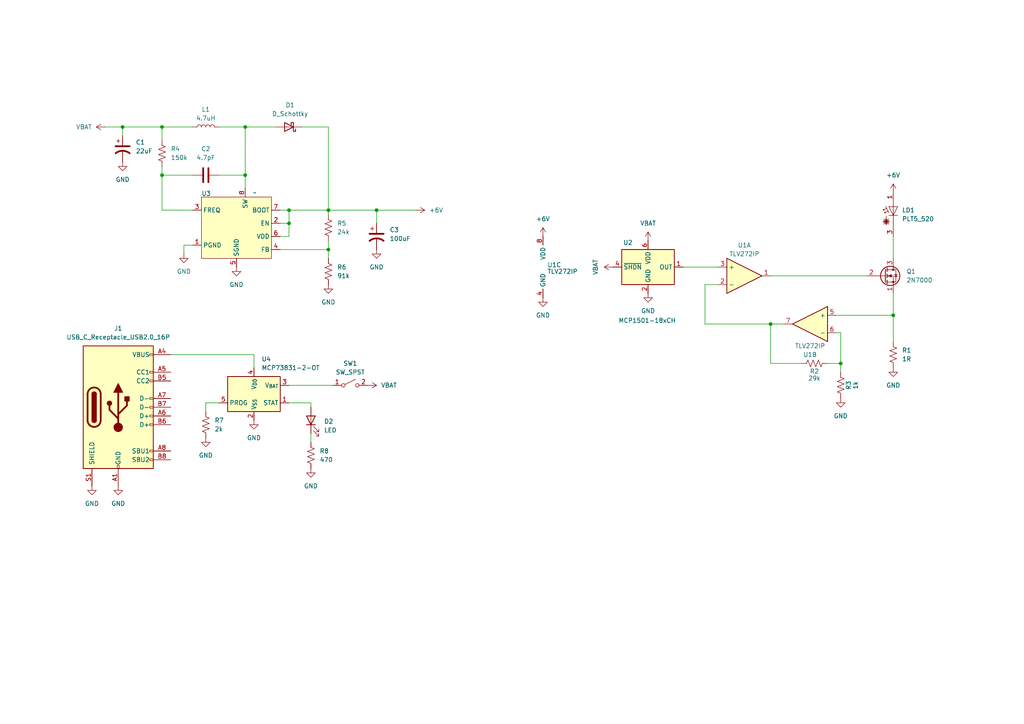
<source format=kicad_sch>
(kicad_sch (version 20231120) (generator "eeschema") (generator_version "8.0")
  (paper "A4")
  (lib_symbols
    (symbol "Battery_Management:MCP73831-2-OT"
      (property "Reference" "U" (at -7.62 6.35 0))
      (property "Value" "MCP73831-2-OT" (at 1.27 6.35 0))
      (symbol "MCP73831-2-OT_0_1"
        (rectangle (start -7.62 5.08) (end 7.62 -5.08) (stroke (width 0.254)) (fill (type background)))
      )
      (symbol "MCP73831-2-OT_1_1"
        (pin tri_state line (at 10.16 -2.54 180) (length 2.54) (name "STAT") (number "1"))
        (pin power_in line (at 0 -7.62 90) (length 2.54) (name "V_{SS}") (number "2"))
        (pin power_out line (at 10.16 2.54 180) (length 2.54) (name "V_{BAT}") (number "3"))
        (pin power_in line (at 0 7.62 270) (length 2.54) (name "V_{DD}") (number "4"))
        (pin input line (at -10.16 -2.54 0) (length 2.54) (name "PROG") (number "5"))
      )
    )
    (symbol "Connector:USB_C_Receptacle_USB2.0_16P" (pin_names (offset 1.016))
      (property "Reference" "J" (at 0 22.225 0))
      (property "Value" "USB_C_Receptacle_USB2.0_16P" (at 0 19.685 0))
      (symbol "USB_C_Receptacle_USB2.0_16P_0_0"
        (rectangle (start -0.254 -17.78) (end 0.254 -16.764))
        (rectangle (start 10.16 -14.986) (end 9.144 -15.494))
        (rectangle (start 10.16 -12.446) (end 9.144 -12.954))
        (rectangle (start 10.16 -4.826) (end 9.144 -5.334))
        (rectangle (start 10.16 -2.286) (end 9.144 -2.794))
        (rectangle (start 10.16 0.254) (end 9.144 -0.254))
        (rectangle (start 10.16 2.794) (end 9.144 2.286))
        (rectangle (start 10.16 7.874) (end 9.144 7.366))
        (rectangle (start 10.16 10.414) (end 9.144 9.906))
        (rectangle (start 10.16 15.494) (end 9.144 14.986))
      )
      (symbol "USB_C_Receptacle_USB2.0_16P_0_1"
        (rectangle (start -10.16 17.78) (end 10.16 -17.78) (stroke (width 0.254)) (fill (type background)))
        (arc (start -8.89 -3.81) (mid -6.985 -5.7067) (end -5.08 -3.81) (stroke (width 0.508)))
        (arc (start -7.62 -3.81) (mid -6.985 -4.4423) (end -6.35 -3.81) (stroke (width 0.254)))
        (arc (start -7.62 -3.81) (mid -6.985 -4.4423) (end -6.35 -3.81) (stroke (width 0.254)) (fill (type outline)))
        (rectangle (start -7.62 -3.81) (end -6.35 3.81) (stroke (width 0.254)) (fill (type outline)))
        (arc (start -6.35 3.81) (mid -6.985 4.4423) (end -7.62 3.81) (stroke (width 0.254)))
        (arc (start -6.35 3.81) (mid -6.985 4.4423) (end -7.62 3.81) (stroke (width 0.254)) (fill (type outline)))
        (arc (start -5.08 3.81) (mid -6.985 5.7067) (end -8.89 3.81) (stroke (width 0.508)))
        (circle (center -2.54 1.143) (radius 0.635) (stroke (width 0.254)) (fill (type outline)))
        (circle (center 0 -5.842) (radius 1.27) (fill (type outline)))
        (polyline (pts (xy -8.89 -3.81) (xy -8.89 3.81)) (stroke (width 0.508)))
        (polyline (pts (xy -5.08 3.81) (xy -5.08 -3.81)) (stroke (width 0.508)))
        (polyline (pts (xy 0 -5.842) (xy 0 4.318)) (stroke (width 0.508)))
        (polyline (pts (xy 0 -3.302) (xy -2.54 -0.762) (xy -2.54 0.508)) (stroke (width 0.508)))
        (polyline (pts (xy 0 -2.032) (xy 2.54 0.508) (xy 2.54 1.778)) (stroke (width 0.508)))
        (polyline (pts (xy -1.27 4.318) (xy 0 6.858) (xy 1.27 4.318) (xy -1.27 4.318)) (stroke (width 0.254)) (fill (type outline)))
        (rectangle (start 1.905 1.778) (end 3.175 3.048) (stroke (width 0.254)) (fill (type outline)))
      )
      (symbol "USB_C_Receptacle_USB2.0_16P_1_1"
        (pin passive line (at 0 -22.86 90) (length 5.08) (name "GND") (number "A1"))
        (pin passive line (at 0 -22.86 90) (length 5.08) hide (name "GND") (number "A12"))
        (pin passive line (at 15.24 15.24 180) (length 5.08) (name "VBUS") (number "A4"))
        (pin bidirectional line (at 15.24 10.16 180) (length 5.08) (name "CC1") (number "A5"))
        (pin bidirectional line (at 15.24 -2.54 180) (length 5.08) (name "D+") (number "A6"))
        (pin bidirectional line (at 15.24 2.54 180) (length 5.08) (name "D-") (number "A7"))
        (pin bidirectional line (at 15.24 -12.7 180) (length 5.08) (name "SBU1") (number "A8"))
        (pin passive line (at 15.24 15.24 180) (length 5.08) hide (name "VBUS") (number "A9"))
        (pin passive line (at 0 -22.86 90) (length 5.08) hide (name "GND") (number "B1"))
        (pin passive line (at 0 -22.86 90) (length 5.08) hide (name "GND") (number "B12"))
        (pin passive line (at 15.24 15.24 180) (length 5.08) hide (name "VBUS") (number "B4"))
        (pin bidirectional line (at 15.24 7.62 180) (length 5.08) (name "CC2") (number "B5"))
        (pin bidirectional line (at 15.24 -5.08 180) (length 5.08) (name "D+") (number "B6"))
        (pin bidirectional line (at 15.24 0 180) (length 5.08) (name "D-") (number "B7"))
        (pin bidirectional line (at 15.24 -15.24 180) (length 5.08) (name "SBU2") (number "B8"))
        (pin passive line (at 15.24 15.24 180) (length 5.08) hide (name "VBUS") (number "B9"))
        (pin passive line (at -7.62 -22.86 90) (length 5.08) (name "SHIELD") (number "S1"))
      )
    )
    (symbol "Device:C" (pin_numbers hide) (pin_names (offset 0.254))
      (property "Reference" "C" (at 0.635 2.54 0))
      (property "Value" "C" (at 0.635 -2.54 0))
      (symbol "C_0_1"
        (polyline (pts (xy -2.032 -0.762) (xy 2.032 -0.762)) (stroke (width 0.508)))
        (polyline (pts (xy -2.032 0.762) (xy 2.032 0.762)) (stroke (width 0.508)))
      )
      (symbol "C_1_1"
        (pin passive line (at 0 3.81 270) (length 2.794) (name "~") (number "1"))
        (pin passive line (at 0 -3.81 90) (length 2.794) (name "~") (number "2"))
      )
    )
    (symbol "Device:C_Polarized_US" (pin_numbers hide) (pin_names (offset 0.254) hide)
      (property "Reference" "C" (at 0.635 2.54 0))
      (property "Value" "C_Polarized_US" (at 0.635 -2.54 0))
      (symbol "C_Polarized_US_0_1"
        (polyline (pts (xy -2.032 0.762) (xy 2.032 0.762)) (stroke (width 0.508)))
        (polyline (pts (xy -1.778 2.286) (xy -0.762 2.286)))
        (polyline (pts (xy -1.27 1.778) (xy -1.27 2.794)))
        (arc (start 2.032 -1.27) (mid 0 -0.5572) (end -2.032 -1.27) (stroke (width 0.508)))
      )
      (symbol "C_Polarized_US_1_1"
        (pin passive line (at 0 3.81 270) (length 2.794) (name "~") (number "1"))
        (pin passive line (at 0 -3.81 90) (length 3.302) (name "~") (number "2"))
      )
    )
    (symbol "Device:D_Schottky" (pin_numbers hide) (pin_names (offset 1.016) hide)
      (property "Reference" "D" (at 0 2.54 0))
      (property "Value" "D_Schottky" (at 0 -2.54 0))
      (symbol "D_Schottky_0_1"
        (polyline (pts (xy 1.27 0) (xy -1.27 0)))
        (polyline (pts (xy 1.27 1.27) (xy 1.27 -1.27) (xy -1.27 0) (xy 1.27 1.27)) (stroke (width 0.254)))
        (polyline (pts (xy -1.905 0.635) (xy -1.905 1.27) (xy -1.27 1.27) (xy -1.27 -1.27) (xy -0.635 -1.27) (xy -0.635 -0.635)) (stroke (width 0.254)))
      )
      (symbol "D_Schottky_1_1"
        (pin passive line (at -3.81 0 0) (length 2.54) (name "K") (number "1"))
        (pin passive line (at 3.81 0 180) (length 2.54) (name "A") (number "2"))
      )
    )
    (symbol "Device:L" (pin_numbers hide) (pin_names (offset 1.016) hide)
      (property "Reference" "L" (at -1.27 0 90))
      (property "Value" "L" (at 1.905 0 90))
      (symbol "L_0_1"
        (arc (start 0 -2.54) (mid 0.6323 -1.905) (end 0 -1.27))
        (arc (start 0 -1.27) (mid 0.6323 -0.635) (end 0 0))
        (arc (start 0 0) (mid 0.6323 0.635) (end 0 1.27))
        (arc (start 0 1.27) (mid 0.6323 1.905) (end 0 2.54))
      )
      (symbol "L_1_1"
        (pin passive line (at 0 3.81 270) (length 1.27) (name "1") (number "1"))
        (pin passive line (at 0 -3.81 90) (length 1.27) (name "2") (number "2"))
      )
    )
    (symbol "Device:LED" (pin_numbers hide) (pin_names (offset 1.016) hide)
      (property "Reference" "D" (at 0 2.54 0))
      (property "Value" "LED" (at 0 -2.54 0))
      (symbol "LED_0_1"
        (polyline (pts (xy -1.27 -1.27) (xy -1.27 1.27)) (stroke (width 0.254)))
        (polyline (pts (xy -1.27 0) (xy 1.27 0)))
        (polyline (pts (xy 1.27 -1.27) (xy 1.27 1.27) (xy -1.27 0) (xy 1.27 -1.27)) (stroke (width 0.254)))
        (polyline (pts (xy -3.048 -0.762) (xy -4.572 -2.286) (xy -3.81 -2.286) (xy -4.572 -2.286) (xy -4.572 -1.524)))
        (polyline (pts (xy -1.778 -0.762) (xy -3.302 -2.286) (xy -2.54 -2.286) (xy -3.302 -2.286) (xy -3.302 -1.524)))
      )
      (symbol "LED_1_1"
        (pin passive line (at -3.81 0 0) (length 2.54) (name "K") (number "1"))
        (pin passive line (at 3.81 0 180) (length 2.54) (name "A") (number "2"))
      )
    )
    (symbol "Device:R_US" (pin_numbers hide) (pin_names (offset 0))
      (property "Reference" "R" (at 2.54 0 90))
      (property "Value" "R_US" (at -2.54 0 90))
      (symbol "R_US_0_1"
        (polyline (pts (xy 0 -2.286) (xy 0 -2.54)))
        (polyline (pts (xy 0 2.286) (xy 0 2.54)))
        (polyline (pts (xy 0 -0.762) (xy 1.016 -1.143) (xy 0 -1.524) (xy -1.016 -1.905) (xy 0 -2.286)))
        (polyline (pts (xy 0 0.762) (xy 1.016 0.381) (xy 0 0) (xy -1.016 -0.381) (xy 0 -0.762)))
        (polyline (pts (xy 0 2.286) (xy 1.016 1.905) (xy 0 1.524) (xy -1.016 1.143) (xy 0 0.762)))
      )
      (symbol "R_US_1_1"
        (pin passive line (at 0 3.81 270) (length 1.27) (name "~") (number "1"))
        (pin passive line (at 0 -3.81 90) (length 1.27) (name "~") (number "2"))
      )
    )
    (symbol "Diode_Laser:PLT5_510" (pin_names (offset 1.016) hide)
      (property "Reference" "LD" (at -1.27 4.445 0))
      (property "Value" "PLT5_510" (at -1.27 -2.54 0))
      (symbol "PLT5_510_0_1"
        (polyline (pts (xy -4.064 1.27) (xy -2.54 2.794)))
        (polyline (pts (xy -4.064 1.778) (xy -2.54 2.286)))
        (polyline (pts (xy -4.064 2.286) (xy -2.54 1.778)))
        (polyline (pts (xy -4.064 2.794) (xy -2.54 1.27)))
        (polyline (pts (xy -3.556 2.794) (xy -3.048 1.27)))
        (polyline (pts (xy -3.302 2.032) (xy -3.302 1.016)))
        (polyline (pts (xy -3.302 2.032) (xy -3.302 3.048)))
        (polyline (pts (xy -3.048 2.794) (xy -3.556 1.27)))
        (polyline (pts (xy -1.778 2.032) (xy -4.318 2.032)))
        (polyline (pts (xy -1.524 1.27) (xy -1.524 -1.27)) (stroke (width 0.1524)))
        (polyline (pts (xy 2.54 0) (xy -5.08 0)))
        (polyline (pts (xy -0.254 1.524) (xy -0.762 2.54) (xy -0.4717 2.4339) (xy -0.762 2.54) (xy -0.8485 2.2301)))
        (polyline (pts (xy 0.5442 1.9119) (xy 0.0362 2.9279) (xy 0.3265 2.8218) (xy 0.0362 2.9279) (xy -0.0503 2.618)))
      )
      (symbol "PLT5_510_1_1"
        (polyline (pts (xy 1.0782 2.1762) (xy -0.762 1.27) (xy -0.762 1.27)))
        (polyline (pts (xy 1.016 -1.27) (xy 1.016 1.27) (xy -1.524 0) (xy 1.016 -1.27)))
        (pin passive line (at 5.08 0 180) (length 2.54) (name "A") (number "1"))
        (pin no_connect line (at -1.27 0 0) (length 2.54) hide (name "NC") (number "2"))
        (pin passive line (at -7.62 0 0) (length 2.54) (name "C") (number "3"))
      )
    )
    (symbol "Reference_Voltage:MCP1501-18xCH"
      (property "Reference" "U" (at -6.35 6.35 0))
      (property "Value" "MCP1501-18xCH" (at 10.16 6.35 0))
      (symbol "MCP1501-18xCH_0_0"
        (pin power_out line (at 10.16 0 180) (length 2.54) (name "OUT") (number "1"))
        (pin power_in line (at 0 -7.62 90) (length 2.54) (name "GND") (number "2"))
        (pin passive line (at 0 -7.62 90) (length 2.54) hide (name "GND") (number "3"))
        (pin input line (at -10.16 0 0) (length 2.54) (name "~{SHDN}") (number "4"))
        (pin passive line (at 0 -7.62 90) (length 2.54) hide (name "GND") (number "5"))
        (pin power_in line (at 0 7.62 270) (length 2.54) (name "VDD") (number "6"))
      )
      (symbol "MCP1501-18xCH_0_1"
        (rectangle (start -7.62 5.08) (end 7.62 -5.08) (stroke (width 0.254)) (fill (type background)))
      )
    )
    (symbol "Switch:SW_SPST" (pin_names (offset 0) hide)
      (property "Reference" "SW" (at 0 3.175 0))
      (property "Value" "SW_SPST" (at 0 -2.54 0))
      (symbol "SW_SPST_0_0"
        (circle (center -2.032 0) (radius 0.508))
        (polyline (pts (xy -1.524 0.254) (xy 1.524 1.778)))
        (circle (center 2.032 0) (radius 0.508))
      )
      (symbol "SW_SPST_1_1"
        (pin passive line (at -5.08 0 0) (length 2.54) (name "A") (number "1"))
        (pin passive line (at 5.08 0 180) (length 2.54) (name "B") (number "2"))
      )
    )
    (symbol "Transistor_FET:2N7000" (pin_names hide)
      (property "Reference" "Q" (at 5.08 1.905 0))
      (property "Value" "2N7000" (at 5.08 0 0))
      (symbol "2N7000_0_1"
        (polyline (pts (xy 0.254 0) (xy -2.54 0)))
        (polyline (pts (xy 0.254 1.905) (xy 0.254 -1.905)) (stroke (width 0.254)))
        (polyline (pts (xy 0.762 -1.27) (xy 0.762 -2.286)) (stroke (width 0.254)))
        (polyline (pts (xy 0.762 0.508) (xy 0.762 -0.508)) (stroke (width 0.254)))
        (polyline (pts (xy 0.762 2.286) (xy 0.762 1.27)) (stroke (width 0.254)))
        (polyline (pts (xy 2.54 2.54) (xy 2.54 1.778)))
        (polyline (pts (xy 2.54 -2.54) (xy 2.54 0) (xy 0.762 0)))
        (polyline (pts (xy 0.762 -1.778) (xy 3.302 -1.778) (xy 3.302 1.778) (xy 0.762 1.778)))
        (polyline (pts (xy 1.016 0) (xy 2.032 0.381) (xy 2.032 -0.381) (xy 1.016 0)) (fill (type outline)))
        (polyline (pts (xy 2.794 0.508) (xy 2.921 0.381) (xy 3.683 0.381) (xy 3.81 0.254)))
        (polyline (pts (xy 3.302 0.381) (xy 2.921 -0.254) (xy 3.683 -0.254) (xy 3.302 0.381)))
        (circle (center 1.651 0) (radius 2.794) (stroke (width 0.254)))
        (circle (center 2.54 -1.778) (radius 0.254) (fill (type outline)))
        (circle (center 2.54 1.778) (radius 0.254) (fill (type outline)))
      )
      (symbol "2N7000_1_1"
        (pin passive line (at 2.54 -5.08 90) (length 2.54) (name "S") (number "1"))
        (pin input line (at -5.08 0 0) (length 2.54) (name "G") (number "2"))
        (pin passive line (at 2.54 5.08 270) (length 2.54) (name "D") (number "3"))
      )
    )
    (symbol "power:+12V" (power) (pin_numbers hide) (pin_names (offset 0) hide)
      (property "Value" "+12V" (at 0 3.556 0))
      (symbol "+12V_0_1"
        (polyline (pts (xy -0.762 1.27) (xy 0 2.54)))
        (polyline (pts (xy 0 0) (xy 0 2.54)))
        (polyline (pts (xy 0 2.54) (xy 0.762 1.27)))
      )
      (symbol "+12V_1_1"
        (pin power_in line (at 0 0 90) (length 0) (name "~") (number "1"))
      )
    )
    (symbol "power:GND" (power) (pin_numbers hide) (pin_names (offset 0) hide)
      (property "Value" "GND" (at 0 -3.81 0))
      (symbol "GND_0_1"
        (polyline (pts (xy 0 0) (xy 0 -1.27) (xy 1.27 -1.27) (xy 0 -2.54) (xy -1.27 -1.27) (xy 0 -1.27)))
      )
      (symbol "GND_1_1"
        (pin power_in line (at 0 0 270) (length 0) (name "~") (number "1"))
      )
    )
    (symbol "power:VCC" (power) (pin_numbers hide) (pin_names (offset 0) hide)
      (property "Value" "VCC" (at 0 3.556 0))
      (symbol "VCC_0_1"
        (polyline (pts (xy -0.762 1.27) (xy 0 2.54)))
        (polyline (pts (xy 0 0) (xy 0 2.54)))
        (polyline (pts (xy 0 2.54) (xy 0.762 1.27)))
      )
      (symbol "VCC_1_1"
        (pin power_in line (at 0 0 90) (length 0) (name "~") (number "1"))
      )
    )
    (symbol "project-library:LM2623AMM"
      (property "Reference" "U" (at -6.35 8.128 0))
      (symbol "LM2623AMM_1_1"
        (rectangle (start -10.16 1.27) (end 10.16 -16.51) (fill (type background)))
        (pin input line (at -12.7 -12.7 0) (length 2.54) (name "PGND") (number "1"))
        (pin input line (at 12.7 -6.35 180) (length 2.54) (name "EN") (number "2"))
        (pin input line (at -12.7 -2.54 0) (length 2.54) (name "FREQ") (number "3"))
        (pin input line (at 12.7 -13.97 180) (length 2.54) (name "FB") (number "4"))
        (pin input line (at 0 -19.05 90) (length 2.54) (name "SGND") (number "5"))
        (pin input line (at 12.7 -10.16 180) (length 2.54) (name "VDD") (number "6"))
        (pin input line (at 12.7 -2.54 180) (length 2.54) (name "BOOT") (number "7"))
        (pin input line (at 2.54 3.81 270) (length 2.54) (name "SW") (number "8"))
      )
    )
    (symbol "project-library:TLV272IP"
      (property "Reference" "U" (at -3.302 8.128 0))
      (symbol "TLV272IP_1_1"
        (polyline (pts (xy -3.81 5.08) (xy 6.35 0) (xy -3.81 -5.08) (xy -3.81 5.08)) (stroke (width 0.254)) (fill (type background)))
        (pin output line (at 8.89 0 180) (length 2.54) (name "~") (number "1"))
        (pin input line (at -6.35 -2.54 0) (length 2.54) (name "-") (number "2"))
        (pin input line (at -6.35 2.54 0) (length 2.54) (name "+") (number "3"))
      )
      (symbol "TLV272IP_2_1"
        (polyline (pts (xy -3.81 5.08) (xy 6.35 0) (xy -3.81 -5.08) (xy -3.81 5.08)) (stroke (width 0.254)) (fill (type background)))
        (pin input line (at -6.35 2.54 0) (length 2.54) (name "+") (number "5"))
        (pin input line (at -6.35 -2.54 0) (length 2.54) (name "-") (number "6"))
        (pin output line (at 8.89 0 180) (length 2.54) (name "") (number "7"))
      )
      (symbol "TLV272IP_3_1"
        (pin power_in line (at 0 -8.89 90) (length 2.54) (name "GND") (number "4"))
        (pin power_in line (at 0 8.89 270) (length 2.54) (name "VDD") (number "8"))
      )
    )
  )
  (junction (at 95.25 72.39))
  (junction (at 35.56 36.83))
  (junction (at 109.22 60.96))
  (junction (at 223.52 93.98))
  (junction (at 83.82 64.77))
  (junction (at 71.12 50.8))
  (junction (at 83.82 60.96))
  (junction (at 259.08 91.44))
  (junction (at 46.99 36.83))
  (junction (at 71.12 36.83))
  (junction (at 46.99 50.8))
  (junction (at 243.84 105.41))
  (junction (at 95.25 60.96))
  (wire (pts (xy 81.28 64.77) (xy 83.82 64.77)))
  (wire (pts (xy 95.25 72.39) (xy 95.25 74.93)))
  (wire (pts (xy 223.52 93.98) (xy 204.47 93.98)))
  (wire (pts (xy 227.33 93.98) (xy 223.52 93.98)))
  (wire (pts (xy 259.08 91.44) (xy 259.08 99.06)))
  (wire (pts (xy 46.99 40.64) (xy 46.99 36.83)))
  (wire (pts (xy 259.08 68.58) (xy 259.08 74.93)))
  (wire (pts (xy 71.12 50.8) (xy 71.12 54.61)))
  (wire (pts (xy 46.99 48.26) (xy 46.99 50.8)))
  (wire (pts (xy 109.22 60.96) (xy 120.65 60.96)))
  (wire (pts (xy 242.57 96.52) (xy 243.84 96.52)))
  (wire (pts (xy 59.69 119.38) (xy 59.69 116.84)))
  (wire (pts (xy 83.82 60.96) (xy 81.28 60.96)))
  (wire (pts (xy 223.52 105.41) (xy 223.52 93.98)))
  (wire (pts (xy 83.82 60.96) (xy 95.25 60.96)))
  (wire (pts (xy 90.17 125.73) (xy 90.17 128.27)))
  (wire (pts (xy 46.99 60.96) (xy 55.88 60.96)))
  (wire (pts (xy 53.34 73.66) (xy 53.34 71.12)))
  (wire (pts (xy 90.17 118.11) (xy 90.17 116.84)))
  (wire (pts (xy 81.28 68.58) (xy 83.82 68.58)))
  (wire (pts (xy 243.84 107.95) (xy 243.84 105.41)))
  (wire (pts (xy 83.82 68.58) (xy 83.82 64.77)))
  (wire (pts (xy 204.47 93.98) (xy 204.47 82.55)))
  (wire (pts (xy 87.63 36.83) (xy 95.25 36.83)))
  (wire (pts (xy 243.84 96.52) (xy 243.84 105.41)))
  (wire (pts (xy 46.99 36.83) (xy 35.56 36.83)))
  (wire (pts (xy 223.52 80.01) (xy 251.46 80.01)))
  (wire (pts (xy 63.5 36.83) (xy 71.12 36.83)))
  (wire (pts (xy 35.56 36.83) (xy 35.56 39.37)))
  (wire (pts (xy 46.99 50.8) (xy 55.88 50.8)))
  (wire (pts (xy 73.66 102.87) (xy 49.53 102.87)))
  (wire (pts (xy 83.82 111.76) (xy 96.52 111.76)))
  (wire (pts (xy 59.69 116.84) (xy 63.5 116.84)))
  (wire (pts (xy 53.34 71.12) (xy 55.88 71.12)))
  (wire (pts (xy 204.47 82.55) (xy 208.28 82.55)))
  (wire (pts (xy 71.12 36.83) (xy 80.01 36.83)))
  (wire (pts (xy 83.82 64.77) (xy 83.82 60.96)))
  (wire (pts (xy 73.66 102.87) (xy 73.66 106.68)))
  (wire (pts (xy 242.57 91.44) (xy 259.08 91.44)))
  (wire (pts (xy 95.25 69.85) (xy 95.25 72.39)))
  (wire (pts (xy 232.41 105.41) (xy 223.52 105.41)))
  (wire (pts (xy 240.03 105.41) (xy 243.84 105.41)))
  (wire (pts (xy 46.99 50.8) (xy 46.99 60.96)))
  (wire (pts (xy 198.12 77.47) (xy 208.28 77.47)))
  (wire (pts (xy 81.28 72.39) (xy 95.25 72.39)))
  (wire (pts (xy 83.82 116.84) (xy 90.17 116.84)))
  (wire (pts (xy 63.5 50.8) (xy 71.12 50.8)))
  (wire (pts (xy 95.25 62.23) (xy 95.25 60.96)))
  (wire (pts (xy 71.12 36.83) (xy 71.12 50.8)))
  (wire (pts (xy 109.22 64.77) (xy 109.22 60.96)))
  (wire (pts (xy 30.48 36.83) (xy 35.56 36.83)))
  (wire (pts (xy 259.08 85.09) (xy 259.08 91.44)))
  (wire (pts (xy 95.25 36.83) (xy 95.25 60.96)))
  (wire (pts (xy 46.99 36.83) (xy 55.88 36.83)))
  (wire (pts (xy 109.22 60.96) (xy 95.25 60.96)))
  (symbol (lib_id "power:GND") (at 59.69 127 0) (unit 1)
    (property "Reference" "#PWR018" (effects (hide yes)))
    (property "Value" "GND" (at 59.69 132.08 0))
    (property "Description" "Power symbol creates a global label with name \"GND\" , ground" (effects (hide yes)))
  )
  (symbol (lib_id "Device:C_Polarized_US") (at 35.56 43.18 0) (unit 1)
    (property "Reference" "C1" (at 39.37 41.2749 0) (effects (justify left)))
    (property "Value" "22uF" (at 39.37 43.8149 0) (effects (justify left)))
    (property "Description" "Polarized capacitor, US symbol" (effects (hide yes)))
  )
  (symbol (lib_id "power:GND") (at 26.67 140.97 0) (unit 1)
    (property "Reference" "#PWR020" (effects (hide yes)))
    (property "Value" "GND" (at 26.67 146.05 0))
    (property "Description" "Power symbol creates a global label with name \"GND\" , ground" (effects (hide yes)))
  )
  (symbol (lib_id "Device:R_US") (at 59.69 123.19 0) (unit 1)
    (property "Reference" "R7" (at 62.23 121.9199 0) (effects (justify left)))
    (property "Value" "2k" (at 62.23 124.4599 0) (effects (justify left)))
    (property "Description" "Resistor, US symbol" (effects (hide yes)))
  )
  (symbol (lib_id "power:GND") (at 243.84 115.57 0) (unit 1)
    (property "Reference" "#PWR06" (effects (hide yes)))
    (property "Value" "GND" (at 243.84 120.65 0))
    (property "Description" "Power symbol creates a global label with name \"GND\" , ground" (effects (hide yes)))
  )
  (symbol (lib_id "power:+12V") (at 120.65 60.96 270) (unit 1)
    (property "Reference" "#PWR014" (effects (hide yes)))
    (property "Value" "+6V" (at 124.46 60.9599 90) (effects (justify left)))
    (property "Description" "Power symbol creates a global label with name \"+12V\"" (effects (hide yes)))
  )
  (symbol (lib_id "project-library:TLV272IP") (at 214.63 80.01 0) (unit 1)
    (property "Reference" "U1" (at 215.9 71.12 0))
    (property "Value" "TLV272IP" (at 215.9 73.66 0))
    (property "Footprint" "Package_DIP:DIP-8_W7.62mm_LongPads" (effects (hide yes)))
  )
  (symbol (lib_id "power:VCC") (at 187.96 69.85 0) (mirror y) (unit 1)
    (property "Reference" "#PWR03" (effects (hide yes)))
    (property "Value" "VBAT" (at 187.96 64.77 0))
    (property "Description" "Power symbol creates a global label with name \"VCC\"" (effects (hide yes)))
  )
  (symbol (lib_id "power:GND") (at 157.48 86.36 0) (unit 1)
    (property "Reference" "#PWR04" (effects (hide yes)))
    (property "Value" "GND" (at 157.48 91.44 0))
    (property "Description" "Power symbol creates a global label with name \"GND\" , ground" (effects (hide yes)))
  )
  (symbol (lib_id "Device:R_US") (at 46.99 44.45 0) (unit 1)
    (property "Reference" "R4" (at 49.53 43.1799 0) (effects (justify left)))
    (property "Value" "150k" (at 49.53 45.7199 0) (effects (justify left)))
    (property "Description" "Resistor, US symbol" (effects (hide yes)))
  )
  (symbol (lib_id "project-library:TLV272IP") (at 236.22 93.98 0) (mirror y) (unit 2)
    (property "Reference" "U1" (at 234.95 102.87 0))
    (property "Value" "TLV272IP" (at 234.95 100.33 0))
    (property "Footprint" "Package_DIP:DIP-8_W7.62mm_LongPads" (effects (hide yes)))
  )
  (symbol (lib_id "power:GND") (at 68.58 77.47 0) (unit 1)
    (property "Reference" "#PWR09" (effects (hide yes)))
    (property "Value" "GND" (at 68.58 82.55 0))
    (property "Description" "Power symbol creates a global label with name \"GND\" , ground" (effects (hide yes)))
  )
  (symbol (lib_id "power:+12V") (at 157.48 68.58 0) (unit 1)
    (property "Reference" "#PWR02" (effects (hide yes)))
    (property "Value" "+6V" (at 157.48 63.5 0))
    (property "Description" "Power symbol creates a global label with name \"+12V\"" (effects (hide yes)))
  )
  (symbol (lib_id "Switch:SW_SPST") (at 101.6 111.76 0) (unit 1)
    (property "Reference" "SW1" (at 101.6 105.41 0))
    (property "Value" "SW_SPST" (at 101.6 107.95 0))
    (property "Description" "Single Pole Single Throw (SPST) switch" (effects (hide yes)))
  )
  (symbol (lib_id "Reference_Voltage:MCP1501-18xCH") (at 187.96 77.47 0) (unit 1)
    (property "Reference" "U2" (at 182.118 70.358 0))
    (property "Value" "MCP1501-18xCH" (at 187.706 92.964 0))
    (property "Footprint" "Package_TO_SOT_SMD:SOT-23-6" (effects (hide yes)))
    (property "Datasheet" "http://ww1.microchip.com/downloads/en/DeviceDoc/20005474E.pdf" (effects (hide yes)))
    (property "Description" "1.8V, 0.1%, 20mA, Precision Voltage Reference, SOT-23-6" (effects (hide yes)))
  )
  (symbol (lib_id "Device:R_US") (at 243.84 111.76 180) (unit 1)
    (property "Reference" "R3" (at 246.126 111.76 90))
    (property "Value" "1k" (at 248.158 111.76 90))
    (property "Description" "Resistor, US symbol" (effects (hide yes)))
  )
  (symbol (lib_id "Device:LED") (at 90.17 121.92 90) (unit 1)
    (property "Reference" "D2" (at 93.98 122.2374 90) (effects (justify right)))
    (property "Value" "LED" (at 93.98 124.7774 90) (effects (justify right)))
    (property "Description" "Light emitting diode" (effects (hide yes)))
  )
  (symbol (lib_id "power:+12V") (at 259.08 55.88 0) (unit 1)
    (property "Reference" "#PWR07" (effects (hide yes)))
    (property "Value" "+6V" (at 259.08 50.8 0))
    (property "Description" "Power symbol creates a global label with name \"+12V\"" (effects (hide yes)))
  )
  (symbol (lib_id "Device:R_US") (at 95.25 66.04 0) (unit 1)
    (property "Reference" "R5" (at 97.79 64.7699 0) (effects (justify left)))
    (property "Value" "24k" (at 97.79 67.3099 0) (effects (justify left)))
    (property "Description" "Resistor, US symbol" (effects (hide yes)))
  )
  (symbol (lib_id "power:GND") (at 73.66 121.92 0) (unit 1)
    (property "Reference" "#PWR017" (effects (hide yes)))
    (property "Value" "GND" (at 73.66 127 0))
    (property "Description" "Power symbol creates a global label with name \"GND\" , ground" (effects (hide yes)))
  )
  (symbol (lib_id "power:GND") (at 259.08 106.68 0) (unit 1)
    (property "Reference" "#PWR05" (effects (hide yes)))
    (property "Value" "GND" (at 259.08 111.76 0))
    (property "Description" "Power symbol creates a global label with name \"GND\" , ground" (effects (hide yes)))
  )
  (symbol (lib_id "Transistor_FET:2N7000") (at 256.54 80.01 0) (unit 1)
    (property "Reference" "Q1" (at 262.89 78.7399 0) (effects (justify left)))
    (property "Value" "2N7000" (at 262.89 81.2799 0) (effects (justify left)))
    (property "Footprint" "Package_TO_SOT_THT:TO-92_Inline" (effects (hide yes)))
    (property "Datasheet" "https://www.vishay.com/docs/70226/70226.pdf" (effects (hide yes)))
    (property "Description" "0.2A Id, 200V Vds, N-Channel MOSFET, 2.6V Logic Level, TO-92" (effects (hide yes)))
  )
  (symbol (lib_id "power:GND") (at 90.17 135.89 0) (unit 1)
    (property "Reference" "#PWR019" (effects (hide yes)))
    (property "Value" "GND" (at 90.17 140.97 0))
    (property "Description" "Power symbol creates a global label with name \"GND\" , ground" (effects (hide yes)))
  )
  (symbol (lib_id "project-library:TLV272IP") (at 157.48 77.47 0) (unit 3)
    (property "Reference" "U1" (at 158.75 76.8349 0) (effects (justify left)))
    (property "Value" "TLV272IP" (at 158.75 78.74 0) (effects (justify left)))
    (property "Footprint" "Package_DIP:DIP-8_W7.62mm_LongPads" (effects (hide yes)))
  )
  (symbol (lib_id "Device:R_US") (at 95.25 78.74 0) (unit 1)
    (property "Reference" "R6" (at 97.79 77.4699 0) (effects (justify left)))
    (property "Value" "91k" (at 97.79 80.0099 0) (effects (justify left)))
    (property "Description" "Resistor, US symbol" (effects (hide yes)))
  )
  (symbol (lib_id "power:GND") (at 95.25 82.55 0) (unit 1)
    (property "Reference" "#PWR012" (effects (hide yes)))
    (property "Value" "GND" (at 95.25 87.63 0))
    (property "Description" "Power symbol creates a global label with name \"GND\" , ground" (effects (hide yes)))
  )
  (symbol (lib_id "Device:C") (at 59.69 50.8 90) (unit 1)
    (property "Reference" "C2" (at 59.69 43.18 90))
    (property "Value" "4.7pF" (at 59.69 45.72 90))
    (property "Description" "Unpolarized capacitor" (effects (hide yes)))
  )
  (symbol (lib_id "Diode_Laser:PLT5_510") (at 259.08 60.96 90) (unit 1)
    (property "Reference" "LD1" (at 261.62 60.9599 90) (effects (justify right)))
    (property "Value" "PLT5_520" (at 261.62 63.4999 90) (effects (justify right)))
    (property "Footprint" "OptoDevice:LaserDiode_TO56-3" (effects (hide yes)))
    (property "Datasheet" "https://look.ams-osram.com/m/2562f8ca3a03a793/original/PLT5-510.pdf" (effects (hide yes)))
    (property "Description" "10mW, Green Laser Diode (515nm), TO-56" (effects (hide yes)))
  )
  (symbol (lib_id "power:VCC") (at 106.68 111.76 270) (unit 1)
    (property "Reference" "#PWR016" (effects (hide yes)))
    (property "Value" "VBAT" (at 110.49 111.7599 90) (effects (justify left)))
    (property "Description" "Power symbol creates a global label with name \"VCC\"" (effects (hide yes)))
  )
  (symbol (lib_id "Device:D_Schottky") (at 83.82 36.83 180) (unit 1)
    (property "Reference" "D1" (at 84.1375 30.48 0))
    (property "Value" "D_Schottky" (at 84.1375 33.02 0))
    (property "Description" "Schottky diode" (effects (hide yes)))
  )
  (symbol (lib_id "Device:L") (at 59.69 36.83 90) (unit 1)
    (property "Reference" "L1" (at 59.69 31.75 90))
    (property "Value" "4.7uH" (at 59.69 34.29 90))
    (property "Description" "Inductor" (effects (hide yes)))
  )
  (symbol (lib_id "power:GND") (at 34.29 140.97 0) (unit 1)
    (property "Reference" "#PWR021" (effects (hide yes)))
    (property "Value" "GND" (at 34.29 146.05 0))
    (property "Description" "Power symbol creates a global label with name \"GND\" , ground" (effects (hide yes)))
  )
  (symbol (lib_id "Device:C_Polarized_US") (at 109.22 68.58 0) (unit 1)
    (property "Reference" "C3" (at 113.03 66.6749 0) (effects (justify left)))
    (property "Value" "100uF" (at 113.03 69.2149 0) (effects (justify left)))
    (property "Description" "Polarized capacitor, US symbol" (effects (hide yes)))
  )
  (symbol (lib_id "project-library:LM2623AMM") (at 68.58 58.42 0) (unit 1)
    (property "Reference" "U3" (at 58.42 56.134 0) (effects (justify left)))
    (property "Value" "~" (at 73.3141 55.88 0) (effects (justify left)))
    (property "Footprint" "Package_SO:VSSOP-8_3x3mm_P0.65mm" (effects (hide yes)))
    (property "Digikey" "https://www.digikey.ca/en/products/detail/texas-instruments/LM2623AMM-NOPB/482943" (effects (hide yes)))
  )
  (symbol (lib_id "power:GND") (at 187.96 85.09 0) (unit 1)
    (property "Reference" "#PWR01" (effects (hide yes)))
    (property "Value" "GND" (at 187.96 90.17 0))
    (property "Description" "Power symbol creates a global label with name \"GND\" , ground" (effects (hide yes)))
  )
  (symbol (lib_id "power:VCC") (at 30.48 36.83 90) (unit 1)
    (property "Reference" "#PWR08" (effects (hide yes)))
    (property "Value" "VBAT" (at 26.67 36.8299 90) (effects (justify left)))
    (property "Description" "Power symbol creates a global label with name \"VCC\"" (effects (hide yes)))
  )
  (symbol (lib_id "power:VCC") (at 177.8 77.47 90) (mirror x) (unit 1)
    (property "Reference" "#PWR015" (effects (hide yes)))
    (property "Value" "VBAT" (at 172.72 77.47 0))
    (property "Description" "Power symbol creates a global label with name \"VCC\"" (effects (hide yes)))
  )
  (symbol (lib_id "Connector:USB_C_Receptacle_USB2.0_16P") (at 34.29 118.11 0) (unit 1)
    (property "Reference" "J1" (at 34.29 95.25 0))
    (property "Value" "USB_C_Receptacle_USB2.0_16P" (at 34.29 97.79 0))
    (property "Footprint" "Connector_USB:USB_C_Receptacle_GCT_USB4125-xx-x_6P_TopMnt_Horizontal" (effects (hide yes)))
    (property "Datasheet" "https://www.usb.org/sites/default/files/documents/usb_type-c.zip" (effects (hide yes)))
    (property "Description" "USB 2.0-only 16P Type-C Receptacle connector" (effects (hide yes)))
  )
  (symbol (lib_id "Device:R_US") (at 259.08 102.87 0) (unit 1)
    (property "Reference" "R1" (at 261.62 101.5999 0) (effects (justify left)))
    (property "Value" "1R" (at 261.62 104.1399 0) (effects (justify left)))
    (property "Description" "Resistor, US symbol" (effects (hide yes)))
  )
  (symbol (lib_id "Device:R_US") (at 236.22 105.41 90) (unit 1)
    (property "Reference" "R2" (at 236.22 107.696 90))
    (property "Value" "29k" (at 236.22 109.728 90))
    (property "Description" "Resistor, US symbol" (effects (hide yes)))
  )
  (symbol (lib_id "Device:R_US") (at 90.17 132.08 0) (unit 1)
    (property "Reference" "R8" (at 92.71 130.8099 0) (effects (justify left)))
    (property "Value" "470" (at 92.71 133.3499 0) (effects (justify left)))
    (property "Description" "Resistor, US symbol" (effects (hide yes)))
  )
  (symbol (lib_id "power:GND") (at 35.56 46.99 0) (unit 1)
    (property "Reference" "#PWR010" (effects (hide yes)))
    (property "Value" "GND" (at 35.56 52.07 0))
    (property "Description" "Power symbol creates a global label with name \"GND\" , ground" (effects (hide yes)))
  )
  (symbol (lib_id "power:GND") (at 109.22 72.39 0) (unit 1)
    (property "Reference" "#PWR013" (effects (hide yes)))
    (property "Value" "GND" (at 109.22 77.47 0))
    (property "Description" "Power symbol creates a global label with name \"GND\" , ground" (effects (hide yes)))
  )
  (symbol (lib_id "power:GND") (at 53.34 73.66 0) (unit 1)
    (property "Reference" "#PWR011" (effects (hide yes)))
    (property "Value" "GND" (at 53.34 78.74 0))
    (property "Description" "Power symbol creates a global label with name \"GND\" , ground" (effects (hide yes)))
  )
  (symbol (lib_id "Battery_Management:MCP73831-2-OT") (at 73.66 114.3 0) (unit 1)
    (property "Reference" "U4" (at 75.8541 104.14 0) (effects (justify left)))
    (property "Value" "MCP73831-2-OT" (at 75.8541 106.68 0) (effects (justify left)))
    (property "Footprint" "Package_TO_SOT_SMD:SOT-23-5" (effects (hide yes)))
    (property "Datasheet" "http://ww1.microchip.com/downloads/en/DeviceDoc/20001984g.pdf" (effects (hide yes)))
    (property "Description" "Single cell, Li-Ion/Li-Po charge management controller, 4.20V, Tri-State Status Output, in SOT23-5 package" (effects (hide yes)))
  )
)
</source>
